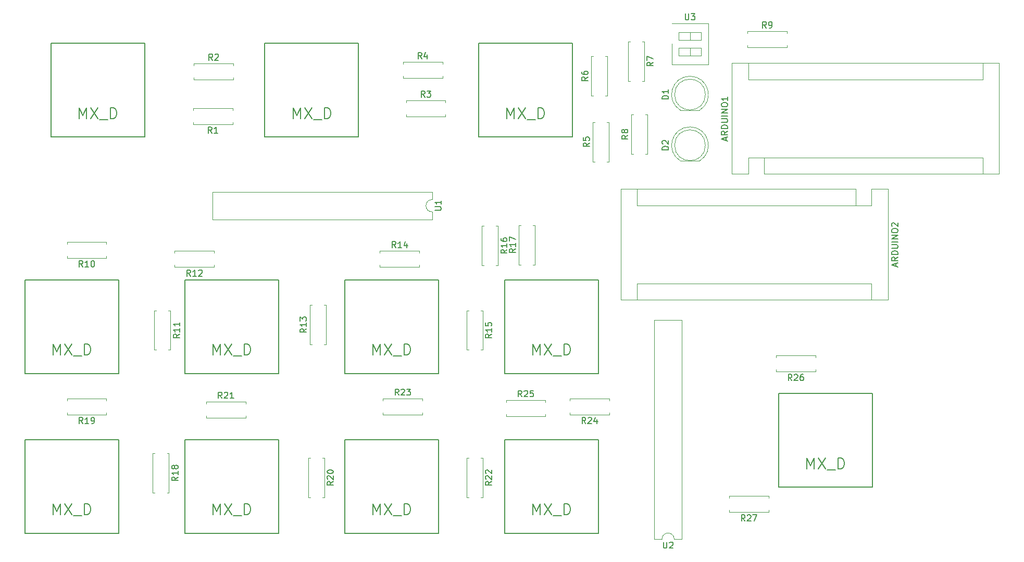
<source format=gbr>
G04 #@! TF.FileFunction,Legend,Top*
%FSLAX46Y46*%
G04 Gerber Fmt 4.6, Leading zero omitted, Abs format (unit mm)*
G04 Created by KiCad (PCBNEW 4.0.7) date Monday, 04 December 2017 'PMt' 14:32:11*
%MOMM*%
%LPD*%
G01*
G04 APERTURE LIST*
%ADD10C,0.100000*%
%ADD11C,0.120000*%
%ADD12C,0.152400*%
%ADD13C,0.150000*%
%ADD14C,0.203200*%
G04 APERTURE END LIST*
D10*
D11*
X126000462Y-26990000D02*
G75*
G03X124455170Y-32540000I-462J-2990000D01*
G01*
X125999538Y-26990000D02*
G75*
G02X127544830Y-32540000I462J-2990000D01*
G01*
X128500000Y-29980000D02*
G75*
G03X128500000Y-29980000I-2500000J0D01*
G01*
X124455000Y-32540000D02*
X127545000Y-32540000D01*
X126000462Y-35240000D02*
G75*
G03X124455170Y-40790000I-462J-2990000D01*
G01*
X125999538Y-35240000D02*
G75*
G02X127544830Y-40790000I462J-2990000D01*
G01*
X128500000Y-38230000D02*
G75*
G03X128500000Y-38230000I-2500000J0D01*
G01*
X124455000Y-40790000D02*
X127545000Y-40790000D01*
X51650000Y-34480000D02*
X51650000Y-34810000D01*
X51650000Y-34810000D02*
X45230000Y-34810000D01*
X45230000Y-34810000D02*
X45230000Y-34480000D01*
X51650000Y-32520000D02*
X51650000Y-32190000D01*
X51650000Y-32190000D02*
X45230000Y-32190000D01*
X45230000Y-32190000D02*
X45230000Y-32520000D01*
X45350000Y-25270000D02*
X45350000Y-24940000D01*
X45350000Y-24940000D02*
X51770000Y-24940000D01*
X51770000Y-24940000D02*
X51770000Y-25270000D01*
X45350000Y-27230000D02*
X45350000Y-27560000D01*
X45350000Y-27560000D02*
X51770000Y-27560000D01*
X51770000Y-27560000D02*
X51770000Y-27230000D01*
X79850000Y-31270000D02*
X79850000Y-30940000D01*
X79850000Y-30940000D02*
X86270000Y-30940000D01*
X86270000Y-30940000D02*
X86270000Y-31270000D01*
X79850000Y-33230000D02*
X79850000Y-33560000D01*
X79850000Y-33560000D02*
X86270000Y-33560000D01*
X86270000Y-33560000D02*
X86270000Y-33230000D01*
X79350000Y-25020000D02*
X79350000Y-24690000D01*
X79350000Y-24690000D02*
X85770000Y-24690000D01*
X85770000Y-24690000D02*
X85770000Y-25020000D01*
X79350000Y-26980000D02*
X79350000Y-27310000D01*
X79350000Y-27310000D02*
X85770000Y-27310000D01*
X85770000Y-27310000D02*
X85770000Y-26980000D01*
X110520000Y-40900000D02*
X110190000Y-40900000D01*
X110190000Y-40900000D02*
X110190000Y-34480000D01*
X110190000Y-34480000D02*
X110520000Y-34480000D01*
X112480000Y-40900000D02*
X112810000Y-40900000D01*
X112810000Y-40900000D02*
X112810000Y-34480000D01*
X112810000Y-34480000D02*
X112480000Y-34480000D01*
X110270000Y-30150000D02*
X109940000Y-30150000D01*
X109940000Y-30150000D02*
X109940000Y-23730000D01*
X109940000Y-23730000D02*
X110270000Y-23730000D01*
X112230000Y-30150000D02*
X112560000Y-30150000D01*
X112560000Y-30150000D02*
X112560000Y-23730000D01*
X112560000Y-23730000D02*
X112230000Y-23730000D01*
X118230000Y-21350000D02*
X118560000Y-21350000D01*
X118560000Y-21350000D02*
X118560000Y-27770000D01*
X118560000Y-27770000D02*
X118230000Y-27770000D01*
X116270000Y-21350000D02*
X115940000Y-21350000D01*
X115940000Y-21350000D02*
X115940000Y-27770000D01*
X115940000Y-27770000D02*
X116270000Y-27770000D01*
X116770000Y-39650000D02*
X116440000Y-39650000D01*
X116440000Y-39650000D02*
X116440000Y-33230000D01*
X116440000Y-33230000D02*
X116770000Y-33230000D01*
X118730000Y-39650000D02*
X119060000Y-39650000D01*
X119060000Y-39650000D02*
X119060000Y-33230000D01*
X119060000Y-33230000D02*
X118730000Y-33230000D01*
X135350000Y-20020000D02*
X135350000Y-19690000D01*
X135350000Y-19690000D02*
X141770000Y-19690000D01*
X141770000Y-19690000D02*
X141770000Y-20020000D01*
X135350000Y-21980000D02*
X135350000Y-22310000D01*
X135350000Y-22310000D02*
X141770000Y-22310000D01*
X141770000Y-22310000D02*
X141770000Y-21980000D01*
X31150000Y-56230000D02*
X31150000Y-56560000D01*
X31150000Y-56560000D02*
X24730000Y-56560000D01*
X24730000Y-56560000D02*
X24730000Y-56230000D01*
X31150000Y-54270000D02*
X31150000Y-53940000D01*
X31150000Y-53940000D02*
X24730000Y-53940000D01*
X24730000Y-53940000D02*
X24730000Y-54270000D01*
X41230000Y-65100000D02*
X41560000Y-65100000D01*
X41560000Y-65100000D02*
X41560000Y-71520000D01*
X41560000Y-71520000D02*
X41230000Y-71520000D01*
X39270000Y-65100000D02*
X38940000Y-65100000D01*
X38940000Y-65100000D02*
X38940000Y-71520000D01*
X38940000Y-71520000D02*
X39270000Y-71520000D01*
X48650000Y-57730000D02*
X48650000Y-58060000D01*
X48650000Y-58060000D02*
X42230000Y-58060000D01*
X42230000Y-58060000D02*
X42230000Y-57730000D01*
X48650000Y-55770000D02*
X48650000Y-55440000D01*
X48650000Y-55440000D02*
X42230000Y-55440000D01*
X42230000Y-55440000D02*
X42230000Y-55770000D01*
X64520000Y-70650000D02*
X64190000Y-70650000D01*
X64190000Y-70650000D02*
X64190000Y-64230000D01*
X64190000Y-64230000D02*
X64520000Y-64230000D01*
X66480000Y-70650000D02*
X66810000Y-70650000D01*
X66810000Y-70650000D02*
X66810000Y-64230000D01*
X66810000Y-64230000D02*
X66480000Y-64230000D01*
X75600000Y-55770000D02*
X75600000Y-55440000D01*
X75600000Y-55440000D02*
X82020000Y-55440000D01*
X82020000Y-55440000D02*
X82020000Y-55770000D01*
X75600000Y-57730000D02*
X75600000Y-58060000D01*
X75600000Y-58060000D02*
X82020000Y-58060000D01*
X82020000Y-58060000D02*
X82020000Y-57730000D01*
X91980000Y-65100000D02*
X92310000Y-65100000D01*
X92310000Y-65100000D02*
X92310000Y-71520000D01*
X92310000Y-71520000D02*
X91980000Y-71520000D01*
X90020000Y-65100000D02*
X89690000Y-65100000D01*
X89690000Y-65100000D02*
X89690000Y-71520000D01*
X89690000Y-71520000D02*
X90020000Y-71520000D01*
X94480000Y-51350000D02*
X94810000Y-51350000D01*
X94810000Y-51350000D02*
X94810000Y-57770000D01*
X94810000Y-57770000D02*
X94480000Y-57770000D01*
X92520000Y-51350000D02*
X92190000Y-51350000D01*
X92190000Y-51350000D02*
X92190000Y-57770000D01*
X92190000Y-57770000D02*
X92520000Y-57770000D01*
X98520000Y-57650000D02*
X98190000Y-57650000D01*
X98190000Y-57650000D02*
X98190000Y-51230000D01*
X98190000Y-51230000D02*
X98520000Y-51230000D01*
X100480000Y-57650000D02*
X100810000Y-57650000D01*
X100810000Y-57650000D02*
X100810000Y-51230000D01*
X100810000Y-51230000D02*
X100480000Y-51230000D01*
X40980000Y-88350000D02*
X41310000Y-88350000D01*
X41310000Y-88350000D02*
X41310000Y-94770000D01*
X41310000Y-94770000D02*
X40980000Y-94770000D01*
X39020000Y-88350000D02*
X38690000Y-88350000D01*
X38690000Y-88350000D02*
X38690000Y-94770000D01*
X38690000Y-94770000D02*
X39020000Y-94770000D01*
X31150000Y-81730000D02*
X31150000Y-82060000D01*
X31150000Y-82060000D02*
X24730000Y-82060000D01*
X24730000Y-82060000D02*
X24730000Y-81730000D01*
X31150000Y-79770000D02*
X31150000Y-79440000D01*
X31150000Y-79440000D02*
X24730000Y-79440000D01*
X24730000Y-79440000D02*
X24730000Y-79770000D01*
X66230000Y-89100000D02*
X66560000Y-89100000D01*
X66560000Y-89100000D02*
X66560000Y-95520000D01*
X66560000Y-95520000D02*
X66230000Y-95520000D01*
X64270000Y-89100000D02*
X63940000Y-89100000D01*
X63940000Y-89100000D02*
X63940000Y-95520000D01*
X63940000Y-95520000D02*
X64270000Y-95520000D01*
X47350000Y-80270000D02*
X47350000Y-79940000D01*
X47350000Y-79940000D02*
X53770000Y-79940000D01*
X53770000Y-79940000D02*
X53770000Y-80270000D01*
X47350000Y-82230000D02*
X47350000Y-82560000D01*
X47350000Y-82560000D02*
X53770000Y-82560000D01*
X53770000Y-82560000D02*
X53770000Y-82230000D01*
X91980000Y-89100000D02*
X92310000Y-89100000D01*
X92310000Y-89100000D02*
X92310000Y-95520000D01*
X92310000Y-95520000D02*
X91980000Y-95520000D01*
X90020000Y-89100000D02*
X89690000Y-89100000D01*
X89690000Y-89100000D02*
X89690000Y-95520000D01*
X89690000Y-95520000D02*
X90020000Y-95520000D01*
X76100000Y-79770000D02*
X76100000Y-79440000D01*
X76100000Y-79440000D02*
X82520000Y-79440000D01*
X82520000Y-79440000D02*
X82520000Y-79770000D01*
X76100000Y-81730000D02*
X76100000Y-82060000D01*
X76100000Y-82060000D02*
X82520000Y-82060000D01*
X82520000Y-82060000D02*
X82520000Y-81730000D01*
X112900000Y-81730000D02*
X112900000Y-82060000D01*
X112900000Y-82060000D02*
X106480000Y-82060000D01*
X106480000Y-82060000D02*
X106480000Y-81730000D01*
X112900000Y-79770000D02*
X112900000Y-79440000D01*
X112900000Y-79440000D02*
X106480000Y-79440000D01*
X106480000Y-79440000D02*
X106480000Y-79770000D01*
X96100000Y-80020000D02*
X96100000Y-79690000D01*
X96100000Y-79690000D02*
X102520000Y-79690000D01*
X102520000Y-79690000D02*
X102520000Y-80020000D01*
X96100000Y-81980000D02*
X96100000Y-82310000D01*
X96100000Y-82310000D02*
X102520000Y-82310000D01*
X102520000Y-82310000D02*
X102520000Y-81980000D01*
X146410000Y-74730000D02*
X146410000Y-75060000D01*
X146410000Y-75060000D02*
X139990000Y-75060000D01*
X139990000Y-75060000D02*
X139990000Y-74730000D01*
X146410000Y-72770000D02*
X146410000Y-72440000D01*
X146410000Y-72440000D02*
X139990000Y-72440000D01*
X139990000Y-72440000D02*
X139990000Y-72770000D01*
X138790000Y-97590000D02*
X138790000Y-97920000D01*
X138790000Y-97920000D02*
X132370000Y-97920000D01*
X132370000Y-97920000D02*
X132370000Y-97590000D01*
X138790000Y-95630000D02*
X138790000Y-95300000D01*
X138790000Y-95300000D02*
X132370000Y-95300000D01*
X132370000Y-95300000D02*
X132370000Y-95630000D01*
D12*
X22130000Y-21630000D02*
X37370000Y-21630000D01*
X37370000Y-21630000D02*
X37370000Y-36870000D01*
X37370000Y-36870000D02*
X22130000Y-36870000D01*
X22130000Y-36870000D02*
X22130000Y-21630000D01*
X56880000Y-21630000D02*
X72120000Y-21630000D01*
X72120000Y-21630000D02*
X72120000Y-36870000D01*
X72120000Y-36870000D02*
X56880000Y-36870000D01*
X56880000Y-36870000D02*
X56880000Y-21630000D01*
X91635000Y-21630000D02*
X106875000Y-21630000D01*
X106875000Y-21630000D02*
X106875000Y-36870000D01*
X106875000Y-36870000D02*
X91635000Y-36870000D01*
X91635000Y-36870000D02*
X91635000Y-21630000D01*
X17880000Y-60130000D02*
X33120000Y-60130000D01*
X33120000Y-60130000D02*
X33120000Y-75370000D01*
X33120000Y-75370000D02*
X17880000Y-75370000D01*
X17880000Y-75370000D02*
X17880000Y-60130000D01*
X43880000Y-60130000D02*
X59120000Y-60130000D01*
X59120000Y-60130000D02*
X59120000Y-75370000D01*
X59120000Y-75370000D02*
X43880000Y-75370000D01*
X43880000Y-75370000D02*
X43880000Y-60130000D01*
X69880000Y-60130000D02*
X85120000Y-60130000D01*
X85120000Y-60130000D02*
X85120000Y-75370000D01*
X85120000Y-75370000D02*
X69880000Y-75370000D01*
X69880000Y-75370000D02*
X69880000Y-60130000D01*
X95880000Y-60130000D02*
X111120000Y-60130000D01*
X111120000Y-60130000D02*
X111120000Y-75370000D01*
X111120000Y-75370000D02*
X95880000Y-75370000D01*
X95880000Y-75370000D02*
X95880000Y-60130000D01*
X17880000Y-86130000D02*
X33120000Y-86130000D01*
X33120000Y-86130000D02*
X33120000Y-101370000D01*
X33120000Y-101370000D02*
X17880000Y-101370000D01*
X17880000Y-101370000D02*
X17880000Y-86130000D01*
X43880000Y-86130000D02*
X59120000Y-86130000D01*
X59120000Y-86130000D02*
X59120000Y-101370000D01*
X59120000Y-101370000D02*
X43880000Y-101370000D01*
X43880000Y-101370000D02*
X43880000Y-86130000D01*
X69880000Y-86130000D02*
X85120000Y-86130000D01*
X85120000Y-86130000D02*
X85120000Y-101370000D01*
X85120000Y-101370000D02*
X69880000Y-101370000D01*
X69880000Y-101370000D02*
X69880000Y-86130000D01*
X95880000Y-86130000D02*
X111120000Y-86130000D01*
X111120000Y-86130000D02*
X111120000Y-101370000D01*
X111120000Y-101370000D02*
X95880000Y-101370000D01*
X95880000Y-101370000D02*
X95880000Y-86130000D01*
X140380000Y-78630000D02*
X155620000Y-78630000D01*
X155620000Y-78630000D02*
X155620000Y-93870000D01*
X155620000Y-93870000D02*
X140380000Y-93870000D01*
X140380000Y-93870000D02*
X140380000Y-78630000D01*
D11*
X84080000Y-49060000D02*
G75*
G02X84080000Y-47060000I0J1000000D01*
G01*
X84080000Y-47060000D02*
X84080000Y-45810000D01*
X84080000Y-45810000D02*
X48400000Y-45810000D01*
X48400000Y-45810000D02*
X48400000Y-50310000D01*
X48400000Y-50310000D02*
X84080000Y-50310000D01*
X84080000Y-50310000D02*
X84080000Y-49060000D01*
X121440000Y-102330000D02*
G75*
G02X123440000Y-102330000I1000000J0D01*
G01*
X123440000Y-102330000D02*
X124690000Y-102330000D01*
X124690000Y-102330000D02*
X124690000Y-66650000D01*
X124690000Y-66650000D02*
X120190000Y-66650000D01*
X120190000Y-66650000D02*
X120190000Y-102330000D01*
X120190000Y-102330000D02*
X121440000Y-102330000D01*
X123035000Y-18370000D02*
X128965000Y-18370000D01*
X128965000Y-18370000D02*
X128965000Y-25130000D01*
X128965000Y-25130000D02*
X123035000Y-25130000D01*
X123035000Y-25130000D02*
X123035000Y-21750000D01*
X124190000Y-19845000D02*
X124190000Y-21115000D01*
X124190000Y-21115000D02*
X127810000Y-21115000D01*
X127810000Y-21115000D02*
X127810000Y-19845000D01*
X127810000Y-19845000D02*
X124190000Y-19845000D01*
X126000000Y-19845000D02*
X126000000Y-21115000D01*
X124190000Y-22385000D02*
X124190000Y-23655000D01*
X124190000Y-23655000D02*
X127810000Y-23655000D01*
X127810000Y-23655000D02*
X127810000Y-22385000D01*
X127810000Y-22385000D02*
X124190000Y-22385000D01*
X126000000Y-22385000D02*
X126000000Y-23655000D01*
X138020000Y-40230000D02*
X135480000Y-40230000D01*
X135480000Y-40230000D02*
X135480000Y-42900000D01*
X138020000Y-42900000D02*
X176250000Y-42900000D01*
X132810000Y-42900000D02*
X135480000Y-42900000D01*
X135480000Y-27530000D02*
X135480000Y-24860000D01*
X135480000Y-27530000D02*
X173580000Y-27530000D01*
X173580000Y-27530000D02*
X173580000Y-24860000D01*
X138020000Y-40230000D02*
X138020000Y-42900000D01*
X138020000Y-40230000D02*
X173580000Y-40230000D01*
X173580000Y-40230000D02*
X173580000Y-42900000D01*
X176250000Y-42900000D02*
X176250000Y-24860000D01*
X176250000Y-24860000D02*
X132810000Y-24860000D01*
X132810000Y-24860000D02*
X132810000Y-42900000D01*
X152980000Y-48020000D02*
X155520000Y-48020000D01*
X155520000Y-48020000D02*
X155520000Y-45350000D01*
X152980000Y-45350000D02*
X114750000Y-45350000D01*
X158190000Y-45350000D02*
X155520000Y-45350000D01*
X155520000Y-60720000D02*
X155520000Y-63390000D01*
X155520000Y-60720000D02*
X117420000Y-60720000D01*
X117420000Y-60720000D02*
X117420000Y-63390000D01*
X152980000Y-48020000D02*
X152980000Y-45350000D01*
X152980000Y-48020000D02*
X117420000Y-48020000D01*
X117420000Y-48020000D02*
X117420000Y-45350000D01*
X114750000Y-45350000D02*
X114750000Y-63390000D01*
X114750000Y-63390000D02*
X158190000Y-63390000D01*
X158190000Y-63390000D02*
X158190000Y-45350000D01*
D13*
X122492381Y-30718095D02*
X121492381Y-30718095D01*
X121492381Y-30480000D01*
X121540000Y-30337142D01*
X121635238Y-30241904D01*
X121730476Y-30194285D01*
X121920952Y-30146666D01*
X122063810Y-30146666D01*
X122254286Y-30194285D01*
X122349524Y-30241904D01*
X122444762Y-30337142D01*
X122492381Y-30480000D01*
X122492381Y-30718095D01*
X122492381Y-29194285D02*
X122492381Y-29765714D01*
X122492381Y-29480000D02*
X121492381Y-29480000D01*
X121635238Y-29575238D01*
X121730476Y-29670476D01*
X121778095Y-29765714D01*
X122492381Y-38968095D02*
X121492381Y-38968095D01*
X121492381Y-38730000D01*
X121540000Y-38587142D01*
X121635238Y-38491904D01*
X121730476Y-38444285D01*
X121920952Y-38396666D01*
X122063810Y-38396666D01*
X122254286Y-38444285D01*
X122349524Y-38491904D01*
X122444762Y-38587142D01*
X122492381Y-38730000D01*
X122492381Y-38968095D01*
X121587619Y-38015714D02*
X121540000Y-37968095D01*
X121492381Y-37872857D01*
X121492381Y-37634761D01*
X121540000Y-37539523D01*
X121587619Y-37491904D01*
X121682857Y-37444285D01*
X121778095Y-37444285D01*
X121920952Y-37491904D01*
X122492381Y-38063333D01*
X122492381Y-37444285D01*
X48273334Y-36262381D02*
X47940000Y-35786190D01*
X47701905Y-36262381D02*
X47701905Y-35262381D01*
X48082858Y-35262381D01*
X48178096Y-35310000D01*
X48225715Y-35357619D01*
X48273334Y-35452857D01*
X48273334Y-35595714D01*
X48225715Y-35690952D01*
X48178096Y-35738571D01*
X48082858Y-35786190D01*
X47701905Y-35786190D01*
X49225715Y-36262381D02*
X48654286Y-36262381D01*
X48940000Y-36262381D02*
X48940000Y-35262381D01*
X48844762Y-35405238D01*
X48749524Y-35500476D01*
X48654286Y-35548095D01*
X48393334Y-24392381D02*
X48060000Y-23916190D01*
X47821905Y-24392381D02*
X47821905Y-23392381D01*
X48202858Y-23392381D01*
X48298096Y-23440000D01*
X48345715Y-23487619D01*
X48393334Y-23582857D01*
X48393334Y-23725714D01*
X48345715Y-23820952D01*
X48298096Y-23868571D01*
X48202858Y-23916190D01*
X47821905Y-23916190D01*
X48774286Y-23487619D02*
X48821905Y-23440000D01*
X48917143Y-23392381D01*
X49155239Y-23392381D01*
X49250477Y-23440000D01*
X49298096Y-23487619D01*
X49345715Y-23582857D01*
X49345715Y-23678095D01*
X49298096Y-23820952D01*
X48726667Y-24392381D01*
X49345715Y-24392381D01*
X82893334Y-30392381D02*
X82560000Y-29916190D01*
X82321905Y-30392381D02*
X82321905Y-29392381D01*
X82702858Y-29392381D01*
X82798096Y-29440000D01*
X82845715Y-29487619D01*
X82893334Y-29582857D01*
X82893334Y-29725714D01*
X82845715Y-29820952D01*
X82798096Y-29868571D01*
X82702858Y-29916190D01*
X82321905Y-29916190D01*
X83226667Y-29392381D02*
X83845715Y-29392381D01*
X83512381Y-29773333D01*
X83655239Y-29773333D01*
X83750477Y-29820952D01*
X83798096Y-29868571D01*
X83845715Y-29963810D01*
X83845715Y-30201905D01*
X83798096Y-30297143D01*
X83750477Y-30344762D01*
X83655239Y-30392381D01*
X83369524Y-30392381D01*
X83274286Y-30344762D01*
X83226667Y-30297143D01*
X82393334Y-24142381D02*
X82060000Y-23666190D01*
X81821905Y-24142381D02*
X81821905Y-23142381D01*
X82202858Y-23142381D01*
X82298096Y-23190000D01*
X82345715Y-23237619D01*
X82393334Y-23332857D01*
X82393334Y-23475714D01*
X82345715Y-23570952D01*
X82298096Y-23618571D01*
X82202858Y-23666190D01*
X81821905Y-23666190D01*
X83250477Y-23475714D02*
X83250477Y-24142381D01*
X83012381Y-23094762D02*
X82774286Y-23809048D01*
X83393334Y-23809048D01*
X109642381Y-37856666D02*
X109166190Y-38190000D01*
X109642381Y-38428095D02*
X108642381Y-38428095D01*
X108642381Y-38047142D01*
X108690000Y-37951904D01*
X108737619Y-37904285D01*
X108832857Y-37856666D01*
X108975714Y-37856666D01*
X109070952Y-37904285D01*
X109118571Y-37951904D01*
X109166190Y-38047142D01*
X109166190Y-38428095D01*
X108642381Y-36951904D02*
X108642381Y-37428095D01*
X109118571Y-37475714D01*
X109070952Y-37428095D01*
X109023333Y-37332857D01*
X109023333Y-37094761D01*
X109070952Y-36999523D01*
X109118571Y-36951904D01*
X109213810Y-36904285D01*
X109451905Y-36904285D01*
X109547143Y-36951904D01*
X109594762Y-36999523D01*
X109642381Y-37094761D01*
X109642381Y-37332857D01*
X109594762Y-37428095D01*
X109547143Y-37475714D01*
X109392381Y-27106666D02*
X108916190Y-27440000D01*
X109392381Y-27678095D02*
X108392381Y-27678095D01*
X108392381Y-27297142D01*
X108440000Y-27201904D01*
X108487619Y-27154285D01*
X108582857Y-27106666D01*
X108725714Y-27106666D01*
X108820952Y-27154285D01*
X108868571Y-27201904D01*
X108916190Y-27297142D01*
X108916190Y-27678095D01*
X108392381Y-26249523D02*
X108392381Y-26440000D01*
X108440000Y-26535238D01*
X108487619Y-26582857D01*
X108630476Y-26678095D01*
X108820952Y-26725714D01*
X109201905Y-26725714D01*
X109297143Y-26678095D01*
X109344762Y-26630476D01*
X109392381Y-26535238D01*
X109392381Y-26344761D01*
X109344762Y-26249523D01*
X109297143Y-26201904D01*
X109201905Y-26154285D01*
X108963810Y-26154285D01*
X108868571Y-26201904D01*
X108820952Y-26249523D01*
X108773333Y-26344761D01*
X108773333Y-26535238D01*
X108820952Y-26630476D01*
X108868571Y-26678095D01*
X108963810Y-26725714D01*
X120012381Y-24726666D02*
X119536190Y-25060000D01*
X120012381Y-25298095D02*
X119012381Y-25298095D01*
X119012381Y-24917142D01*
X119060000Y-24821904D01*
X119107619Y-24774285D01*
X119202857Y-24726666D01*
X119345714Y-24726666D01*
X119440952Y-24774285D01*
X119488571Y-24821904D01*
X119536190Y-24917142D01*
X119536190Y-25298095D01*
X119012381Y-24393333D02*
X119012381Y-23726666D01*
X120012381Y-24155238D01*
X115892381Y-36606666D02*
X115416190Y-36940000D01*
X115892381Y-37178095D02*
X114892381Y-37178095D01*
X114892381Y-36797142D01*
X114940000Y-36701904D01*
X114987619Y-36654285D01*
X115082857Y-36606666D01*
X115225714Y-36606666D01*
X115320952Y-36654285D01*
X115368571Y-36701904D01*
X115416190Y-36797142D01*
X115416190Y-37178095D01*
X115320952Y-36035238D02*
X115273333Y-36130476D01*
X115225714Y-36178095D01*
X115130476Y-36225714D01*
X115082857Y-36225714D01*
X114987619Y-36178095D01*
X114940000Y-36130476D01*
X114892381Y-36035238D01*
X114892381Y-35844761D01*
X114940000Y-35749523D01*
X114987619Y-35701904D01*
X115082857Y-35654285D01*
X115130476Y-35654285D01*
X115225714Y-35701904D01*
X115273333Y-35749523D01*
X115320952Y-35844761D01*
X115320952Y-36035238D01*
X115368571Y-36130476D01*
X115416190Y-36178095D01*
X115511429Y-36225714D01*
X115701905Y-36225714D01*
X115797143Y-36178095D01*
X115844762Y-36130476D01*
X115892381Y-36035238D01*
X115892381Y-35844761D01*
X115844762Y-35749523D01*
X115797143Y-35701904D01*
X115701905Y-35654285D01*
X115511429Y-35654285D01*
X115416190Y-35701904D01*
X115368571Y-35749523D01*
X115320952Y-35844761D01*
X138393334Y-19142381D02*
X138060000Y-18666190D01*
X137821905Y-19142381D02*
X137821905Y-18142381D01*
X138202858Y-18142381D01*
X138298096Y-18190000D01*
X138345715Y-18237619D01*
X138393334Y-18332857D01*
X138393334Y-18475714D01*
X138345715Y-18570952D01*
X138298096Y-18618571D01*
X138202858Y-18666190D01*
X137821905Y-18666190D01*
X138869524Y-19142381D02*
X139060000Y-19142381D01*
X139155239Y-19094762D01*
X139202858Y-19047143D01*
X139298096Y-18904286D01*
X139345715Y-18713810D01*
X139345715Y-18332857D01*
X139298096Y-18237619D01*
X139250477Y-18190000D01*
X139155239Y-18142381D01*
X138964762Y-18142381D01*
X138869524Y-18190000D01*
X138821905Y-18237619D01*
X138774286Y-18332857D01*
X138774286Y-18570952D01*
X138821905Y-18666190D01*
X138869524Y-18713810D01*
X138964762Y-18761429D01*
X139155239Y-18761429D01*
X139250477Y-18713810D01*
X139298096Y-18666190D01*
X139345715Y-18570952D01*
X27297143Y-58012381D02*
X26963809Y-57536190D01*
X26725714Y-58012381D02*
X26725714Y-57012381D01*
X27106667Y-57012381D01*
X27201905Y-57060000D01*
X27249524Y-57107619D01*
X27297143Y-57202857D01*
X27297143Y-57345714D01*
X27249524Y-57440952D01*
X27201905Y-57488571D01*
X27106667Y-57536190D01*
X26725714Y-57536190D01*
X28249524Y-58012381D02*
X27678095Y-58012381D01*
X27963809Y-58012381D02*
X27963809Y-57012381D01*
X27868571Y-57155238D01*
X27773333Y-57250476D01*
X27678095Y-57298095D01*
X28868571Y-57012381D02*
X28963810Y-57012381D01*
X29059048Y-57060000D01*
X29106667Y-57107619D01*
X29154286Y-57202857D01*
X29201905Y-57393333D01*
X29201905Y-57631429D01*
X29154286Y-57821905D01*
X29106667Y-57917143D01*
X29059048Y-57964762D01*
X28963810Y-58012381D01*
X28868571Y-58012381D01*
X28773333Y-57964762D01*
X28725714Y-57917143D01*
X28678095Y-57821905D01*
X28630476Y-57631429D01*
X28630476Y-57393333D01*
X28678095Y-57202857D01*
X28725714Y-57107619D01*
X28773333Y-57060000D01*
X28868571Y-57012381D01*
X43012381Y-68952857D02*
X42536190Y-69286191D01*
X43012381Y-69524286D02*
X42012381Y-69524286D01*
X42012381Y-69143333D01*
X42060000Y-69048095D01*
X42107619Y-69000476D01*
X42202857Y-68952857D01*
X42345714Y-68952857D01*
X42440952Y-69000476D01*
X42488571Y-69048095D01*
X42536190Y-69143333D01*
X42536190Y-69524286D01*
X43012381Y-68000476D02*
X43012381Y-68571905D01*
X43012381Y-68286191D02*
X42012381Y-68286191D01*
X42155238Y-68381429D01*
X42250476Y-68476667D01*
X42298095Y-68571905D01*
X43012381Y-67048095D02*
X43012381Y-67619524D01*
X43012381Y-67333810D02*
X42012381Y-67333810D01*
X42155238Y-67429048D01*
X42250476Y-67524286D01*
X42298095Y-67619524D01*
X44797143Y-59512381D02*
X44463809Y-59036190D01*
X44225714Y-59512381D02*
X44225714Y-58512381D01*
X44606667Y-58512381D01*
X44701905Y-58560000D01*
X44749524Y-58607619D01*
X44797143Y-58702857D01*
X44797143Y-58845714D01*
X44749524Y-58940952D01*
X44701905Y-58988571D01*
X44606667Y-59036190D01*
X44225714Y-59036190D01*
X45749524Y-59512381D02*
X45178095Y-59512381D01*
X45463809Y-59512381D02*
X45463809Y-58512381D01*
X45368571Y-58655238D01*
X45273333Y-58750476D01*
X45178095Y-58798095D01*
X46130476Y-58607619D02*
X46178095Y-58560000D01*
X46273333Y-58512381D01*
X46511429Y-58512381D01*
X46606667Y-58560000D01*
X46654286Y-58607619D01*
X46701905Y-58702857D01*
X46701905Y-58798095D01*
X46654286Y-58940952D01*
X46082857Y-59512381D01*
X46701905Y-59512381D01*
X63642381Y-68082857D02*
X63166190Y-68416191D01*
X63642381Y-68654286D02*
X62642381Y-68654286D01*
X62642381Y-68273333D01*
X62690000Y-68178095D01*
X62737619Y-68130476D01*
X62832857Y-68082857D01*
X62975714Y-68082857D01*
X63070952Y-68130476D01*
X63118571Y-68178095D01*
X63166190Y-68273333D01*
X63166190Y-68654286D01*
X63642381Y-67130476D02*
X63642381Y-67701905D01*
X63642381Y-67416191D02*
X62642381Y-67416191D01*
X62785238Y-67511429D01*
X62880476Y-67606667D01*
X62928095Y-67701905D01*
X62642381Y-66797143D02*
X62642381Y-66178095D01*
X63023333Y-66511429D01*
X63023333Y-66368571D01*
X63070952Y-66273333D01*
X63118571Y-66225714D01*
X63213810Y-66178095D01*
X63451905Y-66178095D01*
X63547143Y-66225714D01*
X63594762Y-66273333D01*
X63642381Y-66368571D01*
X63642381Y-66654286D01*
X63594762Y-66749524D01*
X63547143Y-66797143D01*
X78167143Y-54892381D02*
X77833809Y-54416190D01*
X77595714Y-54892381D02*
X77595714Y-53892381D01*
X77976667Y-53892381D01*
X78071905Y-53940000D01*
X78119524Y-53987619D01*
X78167143Y-54082857D01*
X78167143Y-54225714D01*
X78119524Y-54320952D01*
X78071905Y-54368571D01*
X77976667Y-54416190D01*
X77595714Y-54416190D01*
X79119524Y-54892381D02*
X78548095Y-54892381D01*
X78833809Y-54892381D02*
X78833809Y-53892381D01*
X78738571Y-54035238D01*
X78643333Y-54130476D01*
X78548095Y-54178095D01*
X79976667Y-54225714D02*
X79976667Y-54892381D01*
X79738571Y-53844762D02*
X79500476Y-54559048D01*
X80119524Y-54559048D01*
X93762381Y-68952857D02*
X93286190Y-69286191D01*
X93762381Y-69524286D02*
X92762381Y-69524286D01*
X92762381Y-69143333D01*
X92810000Y-69048095D01*
X92857619Y-69000476D01*
X92952857Y-68952857D01*
X93095714Y-68952857D01*
X93190952Y-69000476D01*
X93238571Y-69048095D01*
X93286190Y-69143333D01*
X93286190Y-69524286D01*
X93762381Y-68000476D02*
X93762381Y-68571905D01*
X93762381Y-68286191D02*
X92762381Y-68286191D01*
X92905238Y-68381429D01*
X93000476Y-68476667D01*
X93048095Y-68571905D01*
X92762381Y-67095714D02*
X92762381Y-67571905D01*
X93238571Y-67619524D01*
X93190952Y-67571905D01*
X93143333Y-67476667D01*
X93143333Y-67238571D01*
X93190952Y-67143333D01*
X93238571Y-67095714D01*
X93333810Y-67048095D01*
X93571905Y-67048095D01*
X93667143Y-67095714D01*
X93714762Y-67143333D01*
X93762381Y-67238571D01*
X93762381Y-67476667D01*
X93714762Y-67571905D01*
X93667143Y-67619524D01*
X96262381Y-55202857D02*
X95786190Y-55536191D01*
X96262381Y-55774286D02*
X95262381Y-55774286D01*
X95262381Y-55393333D01*
X95310000Y-55298095D01*
X95357619Y-55250476D01*
X95452857Y-55202857D01*
X95595714Y-55202857D01*
X95690952Y-55250476D01*
X95738571Y-55298095D01*
X95786190Y-55393333D01*
X95786190Y-55774286D01*
X96262381Y-54250476D02*
X96262381Y-54821905D01*
X96262381Y-54536191D02*
X95262381Y-54536191D01*
X95405238Y-54631429D01*
X95500476Y-54726667D01*
X95548095Y-54821905D01*
X95262381Y-53393333D02*
X95262381Y-53583810D01*
X95310000Y-53679048D01*
X95357619Y-53726667D01*
X95500476Y-53821905D01*
X95690952Y-53869524D01*
X96071905Y-53869524D01*
X96167143Y-53821905D01*
X96214762Y-53774286D01*
X96262381Y-53679048D01*
X96262381Y-53488571D01*
X96214762Y-53393333D01*
X96167143Y-53345714D01*
X96071905Y-53298095D01*
X95833810Y-53298095D01*
X95738571Y-53345714D01*
X95690952Y-53393333D01*
X95643333Y-53488571D01*
X95643333Y-53679048D01*
X95690952Y-53774286D01*
X95738571Y-53821905D01*
X95833810Y-53869524D01*
X97642381Y-55082857D02*
X97166190Y-55416191D01*
X97642381Y-55654286D02*
X96642381Y-55654286D01*
X96642381Y-55273333D01*
X96690000Y-55178095D01*
X96737619Y-55130476D01*
X96832857Y-55082857D01*
X96975714Y-55082857D01*
X97070952Y-55130476D01*
X97118571Y-55178095D01*
X97166190Y-55273333D01*
X97166190Y-55654286D01*
X97642381Y-54130476D02*
X97642381Y-54701905D01*
X97642381Y-54416191D02*
X96642381Y-54416191D01*
X96785238Y-54511429D01*
X96880476Y-54606667D01*
X96928095Y-54701905D01*
X96642381Y-53797143D02*
X96642381Y-53130476D01*
X97642381Y-53559048D01*
X42762381Y-92202857D02*
X42286190Y-92536191D01*
X42762381Y-92774286D02*
X41762381Y-92774286D01*
X41762381Y-92393333D01*
X41810000Y-92298095D01*
X41857619Y-92250476D01*
X41952857Y-92202857D01*
X42095714Y-92202857D01*
X42190952Y-92250476D01*
X42238571Y-92298095D01*
X42286190Y-92393333D01*
X42286190Y-92774286D01*
X42762381Y-91250476D02*
X42762381Y-91821905D01*
X42762381Y-91536191D02*
X41762381Y-91536191D01*
X41905238Y-91631429D01*
X42000476Y-91726667D01*
X42048095Y-91821905D01*
X42190952Y-90679048D02*
X42143333Y-90774286D01*
X42095714Y-90821905D01*
X42000476Y-90869524D01*
X41952857Y-90869524D01*
X41857619Y-90821905D01*
X41810000Y-90774286D01*
X41762381Y-90679048D01*
X41762381Y-90488571D01*
X41810000Y-90393333D01*
X41857619Y-90345714D01*
X41952857Y-90298095D01*
X42000476Y-90298095D01*
X42095714Y-90345714D01*
X42143333Y-90393333D01*
X42190952Y-90488571D01*
X42190952Y-90679048D01*
X42238571Y-90774286D01*
X42286190Y-90821905D01*
X42381429Y-90869524D01*
X42571905Y-90869524D01*
X42667143Y-90821905D01*
X42714762Y-90774286D01*
X42762381Y-90679048D01*
X42762381Y-90488571D01*
X42714762Y-90393333D01*
X42667143Y-90345714D01*
X42571905Y-90298095D01*
X42381429Y-90298095D01*
X42286190Y-90345714D01*
X42238571Y-90393333D01*
X42190952Y-90488571D01*
X27297143Y-83512381D02*
X26963809Y-83036190D01*
X26725714Y-83512381D02*
X26725714Y-82512381D01*
X27106667Y-82512381D01*
X27201905Y-82560000D01*
X27249524Y-82607619D01*
X27297143Y-82702857D01*
X27297143Y-82845714D01*
X27249524Y-82940952D01*
X27201905Y-82988571D01*
X27106667Y-83036190D01*
X26725714Y-83036190D01*
X28249524Y-83512381D02*
X27678095Y-83512381D01*
X27963809Y-83512381D02*
X27963809Y-82512381D01*
X27868571Y-82655238D01*
X27773333Y-82750476D01*
X27678095Y-82798095D01*
X28725714Y-83512381D02*
X28916190Y-83512381D01*
X29011429Y-83464762D01*
X29059048Y-83417143D01*
X29154286Y-83274286D01*
X29201905Y-83083810D01*
X29201905Y-82702857D01*
X29154286Y-82607619D01*
X29106667Y-82560000D01*
X29011429Y-82512381D01*
X28820952Y-82512381D01*
X28725714Y-82560000D01*
X28678095Y-82607619D01*
X28630476Y-82702857D01*
X28630476Y-82940952D01*
X28678095Y-83036190D01*
X28725714Y-83083810D01*
X28820952Y-83131429D01*
X29011429Y-83131429D01*
X29106667Y-83083810D01*
X29154286Y-83036190D01*
X29201905Y-82940952D01*
X68012381Y-92952857D02*
X67536190Y-93286191D01*
X68012381Y-93524286D02*
X67012381Y-93524286D01*
X67012381Y-93143333D01*
X67060000Y-93048095D01*
X67107619Y-93000476D01*
X67202857Y-92952857D01*
X67345714Y-92952857D01*
X67440952Y-93000476D01*
X67488571Y-93048095D01*
X67536190Y-93143333D01*
X67536190Y-93524286D01*
X67107619Y-92571905D02*
X67060000Y-92524286D01*
X67012381Y-92429048D01*
X67012381Y-92190952D01*
X67060000Y-92095714D01*
X67107619Y-92048095D01*
X67202857Y-92000476D01*
X67298095Y-92000476D01*
X67440952Y-92048095D01*
X68012381Y-92619524D01*
X68012381Y-92000476D01*
X67012381Y-91381429D02*
X67012381Y-91286190D01*
X67060000Y-91190952D01*
X67107619Y-91143333D01*
X67202857Y-91095714D01*
X67393333Y-91048095D01*
X67631429Y-91048095D01*
X67821905Y-91095714D01*
X67917143Y-91143333D01*
X67964762Y-91190952D01*
X68012381Y-91286190D01*
X68012381Y-91381429D01*
X67964762Y-91476667D01*
X67917143Y-91524286D01*
X67821905Y-91571905D01*
X67631429Y-91619524D01*
X67393333Y-91619524D01*
X67202857Y-91571905D01*
X67107619Y-91524286D01*
X67060000Y-91476667D01*
X67012381Y-91381429D01*
X49917143Y-79392381D02*
X49583809Y-78916190D01*
X49345714Y-79392381D02*
X49345714Y-78392381D01*
X49726667Y-78392381D01*
X49821905Y-78440000D01*
X49869524Y-78487619D01*
X49917143Y-78582857D01*
X49917143Y-78725714D01*
X49869524Y-78820952D01*
X49821905Y-78868571D01*
X49726667Y-78916190D01*
X49345714Y-78916190D01*
X50298095Y-78487619D02*
X50345714Y-78440000D01*
X50440952Y-78392381D01*
X50679048Y-78392381D01*
X50774286Y-78440000D01*
X50821905Y-78487619D01*
X50869524Y-78582857D01*
X50869524Y-78678095D01*
X50821905Y-78820952D01*
X50250476Y-79392381D01*
X50869524Y-79392381D01*
X51821905Y-79392381D02*
X51250476Y-79392381D01*
X51536190Y-79392381D02*
X51536190Y-78392381D01*
X51440952Y-78535238D01*
X51345714Y-78630476D01*
X51250476Y-78678095D01*
X93762381Y-92952857D02*
X93286190Y-93286191D01*
X93762381Y-93524286D02*
X92762381Y-93524286D01*
X92762381Y-93143333D01*
X92810000Y-93048095D01*
X92857619Y-93000476D01*
X92952857Y-92952857D01*
X93095714Y-92952857D01*
X93190952Y-93000476D01*
X93238571Y-93048095D01*
X93286190Y-93143333D01*
X93286190Y-93524286D01*
X92857619Y-92571905D02*
X92810000Y-92524286D01*
X92762381Y-92429048D01*
X92762381Y-92190952D01*
X92810000Y-92095714D01*
X92857619Y-92048095D01*
X92952857Y-92000476D01*
X93048095Y-92000476D01*
X93190952Y-92048095D01*
X93762381Y-92619524D01*
X93762381Y-92000476D01*
X92857619Y-91619524D02*
X92810000Y-91571905D01*
X92762381Y-91476667D01*
X92762381Y-91238571D01*
X92810000Y-91143333D01*
X92857619Y-91095714D01*
X92952857Y-91048095D01*
X93048095Y-91048095D01*
X93190952Y-91095714D01*
X93762381Y-91667143D01*
X93762381Y-91048095D01*
X78667143Y-78892381D02*
X78333809Y-78416190D01*
X78095714Y-78892381D02*
X78095714Y-77892381D01*
X78476667Y-77892381D01*
X78571905Y-77940000D01*
X78619524Y-77987619D01*
X78667143Y-78082857D01*
X78667143Y-78225714D01*
X78619524Y-78320952D01*
X78571905Y-78368571D01*
X78476667Y-78416190D01*
X78095714Y-78416190D01*
X79048095Y-77987619D02*
X79095714Y-77940000D01*
X79190952Y-77892381D01*
X79429048Y-77892381D01*
X79524286Y-77940000D01*
X79571905Y-77987619D01*
X79619524Y-78082857D01*
X79619524Y-78178095D01*
X79571905Y-78320952D01*
X79000476Y-78892381D01*
X79619524Y-78892381D01*
X79952857Y-77892381D02*
X80571905Y-77892381D01*
X80238571Y-78273333D01*
X80381429Y-78273333D01*
X80476667Y-78320952D01*
X80524286Y-78368571D01*
X80571905Y-78463810D01*
X80571905Y-78701905D01*
X80524286Y-78797143D01*
X80476667Y-78844762D01*
X80381429Y-78892381D01*
X80095714Y-78892381D01*
X80000476Y-78844762D01*
X79952857Y-78797143D01*
X109047143Y-83512381D02*
X108713809Y-83036190D01*
X108475714Y-83512381D02*
X108475714Y-82512381D01*
X108856667Y-82512381D01*
X108951905Y-82560000D01*
X108999524Y-82607619D01*
X109047143Y-82702857D01*
X109047143Y-82845714D01*
X108999524Y-82940952D01*
X108951905Y-82988571D01*
X108856667Y-83036190D01*
X108475714Y-83036190D01*
X109428095Y-82607619D02*
X109475714Y-82560000D01*
X109570952Y-82512381D01*
X109809048Y-82512381D01*
X109904286Y-82560000D01*
X109951905Y-82607619D01*
X109999524Y-82702857D01*
X109999524Y-82798095D01*
X109951905Y-82940952D01*
X109380476Y-83512381D01*
X109999524Y-83512381D01*
X110856667Y-82845714D02*
X110856667Y-83512381D01*
X110618571Y-82464762D02*
X110380476Y-83179048D01*
X110999524Y-83179048D01*
X98667143Y-79142381D02*
X98333809Y-78666190D01*
X98095714Y-79142381D02*
X98095714Y-78142381D01*
X98476667Y-78142381D01*
X98571905Y-78190000D01*
X98619524Y-78237619D01*
X98667143Y-78332857D01*
X98667143Y-78475714D01*
X98619524Y-78570952D01*
X98571905Y-78618571D01*
X98476667Y-78666190D01*
X98095714Y-78666190D01*
X99048095Y-78237619D02*
X99095714Y-78190000D01*
X99190952Y-78142381D01*
X99429048Y-78142381D01*
X99524286Y-78190000D01*
X99571905Y-78237619D01*
X99619524Y-78332857D01*
X99619524Y-78428095D01*
X99571905Y-78570952D01*
X99000476Y-79142381D01*
X99619524Y-79142381D01*
X100524286Y-78142381D02*
X100048095Y-78142381D01*
X100000476Y-78618571D01*
X100048095Y-78570952D01*
X100143333Y-78523333D01*
X100381429Y-78523333D01*
X100476667Y-78570952D01*
X100524286Y-78618571D01*
X100571905Y-78713810D01*
X100571905Y-78951905D01*
X100524286Y-79047143D01*
X100476667Y-79094762D01*
X100381429Y-79142381D01*
X100143333Y-79142381D01*
X100048095Y-79094762D01*
X100000476Y-79047143D01*
X142557143Y-76512381D02*
X142223809Y-76036190D01*
X141985714Y-76512381D02*
X141985714Y-75512381D01*
X142366667Y-75512381D01*
X142461905Y-75560000D01*
X142509524Y-75607619D01*
X142557143Y-75702857D01*
X142557143Y-75845714D01*
X142509524Y-75940952D01*
X142461905Y-75988571D01*
X142366667Y-76036190D01*
X141985714Y-76036190D01*
X142938095Y-75607619D02*
X142985714Y-75560000D01*
X143080952Y-75512381D01*
X143319048Y-75512381D01*
X143414286Y-75560000D01*
X143461905Y-75607619D01*
X143509524Y-75702857D01*
X143509524Y-75798095D01*
X143461905Y-75940952D01*
X142890476Y-76512381D01*
X143509524Y-76512381D01*
X144366667Y-75512381D02*
X144176190Y-75512381D01*
X144080952Y-75560000D01*
X144033333Y-75607619D01*
X143938095Y-75750476D01*
X143890476Y-75940952D01*
X143890476Y-76321905D01*
X143938095Y-76417143D01*
X143985714Y-76464762D01*
X144080952Y-76512381D01*
X144271429Y-76512381D01*
X144366667Y-76464762D01*
X144414286Y-76417143D01*
X144461905Y-76321905D01*
X144461905Y-76083810D01*
X144414286Y-75988571D01*
X144366667Y-75940952D01*
X144271429Y-75893333D01*
X144080952Y-75893333D01*
X143985714Y-75940952D01*
X143938095Y-75988571D01*
X143890476Y-76083810D01*
X134937143Y-99372381D02*
X134603809Y-98896190D01*
X134365714Y-99372381D02*
X134365714Y-98372381D01*
X134746667Y-98372381D01*
X134841905Y-98420000D01*
X134889524Y-98467619D01*
X134937143Y-98562857D01*
X134937143Y-98705714D01*
X134889524Y-98800952D01*
X134841905Y-98848571D01*
X134746667Y-98896190D01*
X134365714Y-98896190D01*
X135318095Y-98467619D02*
X135365714Y-98420000D01*
X135460952Y-98372381D01*
X135699048Y-98372381D01*
X135794286Y-98420000D01*
X135841905Y-98467619D01*
X135889524Y-98562857D01*
X135889524Y-98658095D01*
X135841905Y-98800952D01*
X135270476Y-99372381D01*
X135889524Y-99372381D01*
X136222857Y-98372381D02*
X136889524Y-98372381D01*
X136460952Y-99372381D01*
D14*
X26744333Y-33864333D02*
X26744333Y-32086333D01*
X27337000Y-33356333D01*
X27929667Y-32086333D01*
X27929667Y-33864333D01*
X28607000Y-32086333D02*
X29792333Y-33864333D01*
X29792333Y-32086333D02*
X28607000Y-33864333D01*
X30046333Y-34033667D02*
X31401000Y-34033667D01*
X31824333Y-33864333D02*
X31824333Y-32086333D01*
X32247667Y-32086333D01*
X32501667Y-32171000D01*
X32671000Y-32340333D01*
X32755667Y-32509667D01*
X32840333Y-32848333D01*
X32840333Y-33102333D01*
X32755667Y-33441000D01*
X32671000Y-33610333D01*
X32501667Y-33779667D01*
X32247667Y-33864333D01*
X31824333Y-33864333D01*
X61494333Y-33864333D02*
X61494333Y-32086333D01*
X62087000Y-33356333D01*
X62679667Y-32086333D01*
X62679667Y-33864333D01*
X63357000Y-32086333D02*
X64542333Y-33864333D01*
X64542333Y-32086333D02*
X63357000Y-33864333D01*
X64796333Y-34033667D02*
X66151000Y-34033667D01*
X66574333Y-33864333D02*
X66574333Y-32086333D01*
X66997667Y-32086333D01*
X67251667Y-32171000D01*
X67421000Y-32340333D01*
X67505667Y-32509667D01*
X67590333Y-32848333D01*
X67590333Y-33102333D01*
X67505667Y-33441000D01*
X67421000Y-33610333D01*
X67251667Y-33779667D01*
X66997667Y-33864333D01*
X66574333Y-33864333D01*
X96249333Y-33864333D02*
X96249333Y-32086333D01*
X96842000Y-33356333D01*
X97434667Y-32086333D01*
X97434667Y-33864333D01*
X98112000Y-32086333D02*
X99297333Y-33864333D01*
X99297333Y-32086333D02*
X98112000Y-33864333D01*
X99551333Y-34033667D02*
X100906000Y-34033667D01*
X101329333Y-33864333D02*
X101329333Y-32086333D01*
X101752667Y-32086333D01*
X102006667Y-32171000D01*
X102176000Y-32340333D01*
X102260667Y-32509667D01*
X102345333Y-32848333D01*
X102345333Y-33102333D01*
X102260667Y-33441000D01*
X102176000Y-33610333D01*
X102006667Y-33779667D01*
X101752667Y-33864333D01*
X101329333Y-33864333D01*
X22494333Y-72364333D02*
X22494333Y-70586333D01*
X23087000Y-71856333D01*
X23679667Y-70586333D01*
X23679667Y-72364333D01*
X24357000Y-70586333D02*
X25542333Y-72364333D01*
X25542333Y-70586333D02*
X24357000Y-72364333D01*
X25796333Y-72533667D02*
X27151000Y-72533667D01*
X27574333Y-72364333D02*
X27574333Y-70586333D01*
X27997667Y-70586333D01*
X28251667Y-70671000D01*
X28421000Y-70840333D01*
X28505667Y-71009667D01*
X28590333Y-71348333D01*
X28590333Y-71602333D01*
X28505667Y-71941000D01*
X28421000Y-72110333D01*
X28251667Y-72279667D01*
X27997667Y-72364333D01*
X27574333Y-72364333D01*
X48494333Y-72364333D02*
X48494333Y-70586333D01*
X49087000Y-71856333D01*
X49679667Y-70586333D01*
X49679667Y-72364333D01*
X50357000Y-70586333D02*
X51542333Y-72364333D01*
X51542333Y-70586333D02*
X50357000Y-72364333D01*
X51796333Y-72533667D02*
X53151000Y-72533667D01*
X53574333Y-72364333D02*
X53574333Y-70586333D01*
X53997667Y-70586333D01*
X54251667Y-70671000D01*
X54421000Y-70840333D01*
X54505667Y-71009667D01*
X54590333Y-71348333D01*
X54590333Y-71602333D01*
X54505667Y-71941000D01*
X54421000Y-72110333D01*
X54251667Y-72279667D01*
X53997667Y-72364333D01*
X53574333Y-72364333D01*
X74494333Y-72364333D02*
X74494333Y-70586333D01*
X75087000Y-71856333D01*
X75679667Y-70586333D01*
X75679667Y-72364333D01*
X76357000Y-70586333D02*
X77542333Y-72364333D01*
X77542333Y-70586333D02*
X76357000Y-72364333D01*
X77796333Y-72533667D02*
X79151000Y-72533667D01*
X79574333Y-72364333D02*
X79574333Y-70586333D01*
X79997667Y-70586333D01*
X80251667Y-70671000D01*
X80421000Y-70840333D01*
X80505667Y-71009667D01*
X80590333Y-71348333D01*
X80590333Y-71602333D01*
X80505667Y-71941000D01*
X80421000Y-72110333D01*
X80251667Y-72279667D01*
X79997667Y-72364333D01*
X79574333Y-72364333D01*
X100494333Y-72364333D02*
X100494333Y-70586333D01*
X101087000Y-71856333D01*
X101679667Y-70586333D01*
X101679667Y-72364333D01*
X102357000Y-70586333D02*
X103542333Y-72364333D01*
X103542333Y-70586333D02*
X102357000Y-72364333D01*
X103796333Y-72533667D02*
X105151000Y-72533667D01*
X105574333Y-72364333D02*
X105574333Y-70586333D01*
X105997667Y-70586333D01*
X106251667Y-70671000D01*
X106421000Y-70840333D01*
X106505667Y-71009667D01*
X106590333Y-71348333D01*
X106590333Y-71602333D01*
X106505667Y-71941000D01*
X106421000Y-72110333D01*
X106251667Y-72279667D01*
X105997667Y-72364333D01*
X105574333Y-72364333D01*
X22494333Y-98364333D02*
X22494333Y-96586333D01*
X23087000Y-97856333D01*
X23679667Y-96586333D01*
X23679667Y-98364333D01*
X24357000Y-96586333D02*
X25542333Y-98364333D01*
X25542333Y-96586333D02*
X24357000Y-98364333D01*
X25796333Y-98533667D02*
X27151000Y-98533667D01*
X27574333Y-98364333D02*
X27574333Y-96586333D01*
X27997667Y-96586333D01*
X28251667Y-96671000D01*
X28421000Y-96840333D01*
X28505667Y-97009667D01*
X28590333Y-97348333D01*
X28590333Y-97602333D01*
X28505667Y-97941000D01*
X28421000Y-98110333D01*
X28251667Y-98279667D01*
X27997667Y-98364333D01*
X27574333Y-98364333D01*
X48494333Y-98364333D02*
X48494333Y-96586333D01*
X49087000Y-97856333D01*
X49679667Y-96586333D01*
X49679667Y-98364333D01*
X50357000Y-96586333D02*
X51542333Y-98364333D01*
X51542333Y-96586333D02*
X50357000Y-98364333D01*
X51796333Y-98533667D02*
X53151000Y-98533667D01*
X53574333Y-98364333D02*
X53574333Y-96586333D01*
X53997667Y-96586333D01*
X54251667Y-96671000D01*
X54421000Y-96840333D01*
X54505667Y-97009667D01*
X54590333Y-97348333D01*
X54590333Y-97602333D01*
X54505667Y-97941000D01*
X54421000Y-98110333D01*
X54251667Y-98279667D01*
X53997667Y-98364333D01*
X53574333Y-98364333D01*
X74494333Y-98364333D02*
X74494333Y-96586333D01*
X75087000Y-97856333D01*
X75679667Y-96586333D01*
X75679667Y-98364333D01*
X76357000Y-96586333D02*
X77542333Y-98364333D01*
X77542333Y-96586333D02*
X76357000Y-98364333D01*
X77796333Y-98533667D02*
X79151000Y-98533667D01*
X79574333Y-98364333D02*
X79574333Y-96586333D01*
X79997667Y-96586333D01*
X80251667Y-96671000D01*
X80421000Y-96840333D01*
X80505667Y-97009667D01*
X80590333Y-97348333D01*
X80590333Y-97602333D01*
X80505667Y-97941000D01*
X80421000Y-98110333D01*
X80251667Y-98279667D01*
X79997667Y-98364333D01*
X79574333Y-98364333D01*
X100494333Y-98364333D02*
X100494333Y-96586333D01*
X101087000Y-97856333D01*
X101679667Y-96586333D01*
X101679667Y-98364333D01*
X102357000Y-96586333D02*
X103542333Y-98364333D01*
X103542333Y-96586333D02*
X102357000Y-98364333D01*
X103796333Y-98533667D02*
X105151000Y-98533667D01*
X105574333Y-98364333D02*
X105574333Y-96586333D01*
X105997667Y-96586333D01*
X106251667Y-96671000D01*
X106421000Y-96840333D01*
X106505667Y-97009667D01*
X106590333Y-97348333D01*
X106590333Y-97602333D01*
X106505667Y-97941000D01*
X106421000Y-98110333D01*
X106251667Y-98279667D01*
X105997667Y-98364333D01*
X105574333Y-98364333D01*
X144994333Y-90864333D02*
X144994333Y-89086333D01*
X145587000Y-90356333D01*
X146179667Y-89086333D01*
X146179667Y-90864333D01*
X146857000Y-89086333D02*
X148042333Y-90864333D01*
X148042333Y-89086333D02*
X146857000Y-90864333D01*
X148296333Y-91033667D02*
X149651000Y-91033667D01*
X150074333Y-90864333D02*
X150074333Y-89086333D01*
X150497667Y-89086333D01*
X150751667Y-89171000D01*
X150921000Y-89340333D01*
X151005667Y-89509667D01*
X151090333Y-89848333D01*
X151090333Y-90102333D01*
X151005667Y-90441000D01*
X150921000Y-90610333D01*
X150751667Y-90779667D01*
X150497667Y-90864333D01*
X150074333Y-90864333D01*
D13*
X84532381Y-48821905D02*
X85341905Y-48821905D01*
X85437143Y-48774286D01*
X85484762Y-48726667D01*
X85532381Y-48631429D01*
X85532381Y-48440952D01*
X85484762Y-48345714D01*
X85437143Y-48298095D01*
X85341905Y-48250476D01*
X84532381Y-48250476D01*
X85532381Y-47250476D02*
X85532381Y-47821905D01*
X85532381Y-47536191D02*
X84532381Y-47536191D01*
X84675238Y-47631429D01*
X84770476Y-47726667D01*
X84818095Y-47821905D01*
X121678095Y-102782381D02*
X121678095Y-103591905D01*
X121725714Y-103687143D01*
X121773333Y-103734762D01*
X121868571Y-103782381D01*
X122059048Y-103782381D01*
X122154286Y-103734762D01*
X122201905Y-103687143D01*
X122249524Y-103591905D01*
X122249524Y-102782381D01*
X122678095Y-102877619D02*
X122725714Y-102830000D01*
X122820952Y-102782381D01*
X123059048Y-102782381D01*
X123154286Y-102830000D01*
X123201905Y-102877619D01*
X123249524Y-102972857D01*
X123249524Y-103068095D01*
X123201905Y-103210952D01*
X122630476Y-103782381D01*
X123249524Y-103782381D01*
X125238095Y-16822381D02*
X125238095Y-17631905D01*
X125285714Y-17727143D01*
X125333333Y-17774762D01*
X125428571Y-17822381D01*
X125619048Y-17822381D01*
X125714286Y-17774762D01*
X125761905Y-17727143D01*
X125809524Y-17631905D01*
X125809524Y-16822381D01*
X126190476Y-16822381D02*
X126809524Y-16822381D01*
X126476190Y-17203333D01*
X126619048Y-17203333D01*
X126714286Y-17250952D01*
X126761905Y-17298571D01*
X126809524Y-17393810D01*
X126809524Y-17631905D01*
X126761905Y-17727143D01*
X126714286Y-17774762D01*
X126619048Y-17822381D01*
X126333333Y-17822381D01*
X126238095Y-17774762D01*
X126190476Y-17727143D01*
X131836667Y-37403809D02*
X131836667Y-36927618D01*
X132122381Y-37499047D02*
X131122381Y-37165714D01*
X132122381Y-36832380D01*
X132122381Y-35927618D02*
X131646190Y-36260952D01*
X132122381Y-36499047D02*
X131122381Y-36499047D01*
X131122381Y-36118094D01*
X131170000Y-36022856D01*
X131217619Y-35975237D01*
X131312857Y-35927618D01*
X131455714Y-35927618D01*
X131550952Y-35975237D01*
X131598571Y-36022856D01*
X131646190Y-36118094D01*
X131646190Y-36499047D01*
X132122381Y-35499047D02*
X131122381Y-35499047D01*
X131122381Y-35260952D01*
X131170000Y-35118094D01*
X131265238Y-35022856D01*
X131360476Y-34975237D01*
X131550952Y-34927618D01*
X131693810Y-34927618D01*
X131884286Y-34975237D01*
X131979524Y-35022856D01*
X132074762Y-35118094D01*
X132122381Y-35260952D01*
X132122381Y-35499047D01*
X131122381Y-34499047D02*
X131931905Y-34499047D01*
X132027143Y-34451428D01*
X132074762Y-34403809D01*
X132122381Y-34308571D01*
X132122381Y-34118094D01*
X132074762Y-34022856D01*
X132027143Y-33975237D01*
X131931905Y-33927618D01*
X131122381Y-33927618D01*
X132122381Y-33451428D02*
X131122381Y-33451428D01*
X132122381Y-32975238D02*
X131122381Y-32975238D01*
X132122381Y-32403809D01*
X131122381Y-32403809D01*
X131122381Y-31737143D02*
X131122381Y-31546666D01*
X131170000Y-31451428D01*
X131265238Y-31356190D01*
X131455714Y-31308571D01*
X131789048Y-31308571D01*
X131979524Y-31356190D01*
X132074762Y-31451428D01*
X132122381Y-31546666D01*
X132122381Y-31737143D01*
X132074762Y-31832381D01*
X131979524Y-31927619D01*
X131789048Y-31975238D01*
X131455714Y-31975238D01*
X131265238Y-31927619D01*
X131170000Y-31832381D01*
X131122381Y-31737143D01*
X132122381Y-30356190D02*
X132122381Y-30927619D01*
X132122381Y-30641905D02*
X131122381Y-30641905D01*
X131265238Y-30737143D01*
X131360476Y-30832381D01*
X131408095Y-30927619D01*
X159496667Y-57893809D02*
X159496667Y-57417618D01*
X159782381Y-57989047D02*
X158782381Y-57655714D01*
X159782381Y-57322380D01*
X159782381Y-56417618D02*
X159306190Y-56750952D01*
X159782381Y-56989047D02*
X158782381Y-56989047D01*
X158782381Y-56608094D01*
X158830000Y-56512856D01*
X158877619Y-56465237D01*
X158972857Y-56417618D01*
X159115714Y-56417618D01*
X159210952Y-56465237D01*
X159258571Y-56512856D01*
X159306190Y-56608094D01*
X159306190Y-56989047D01*
X159782381Y-55989047D02*
X158782381Y-55989047D01*
X158782381Y-55750952D01*
X158830000Y-55608094D01*
X158925238Y-55512856D01*
X159020476Y-55465237D01*
X159210952Y-55417618D01*
X159353810Y-55417618D01*
X159544286Y-55465237D01*
X159639524Y-55512856D01*
X159734762Y-55608094D01*
X159782381Y-55750952D01*
X159782381Y-55989047D01*
X158782381Y-54989047D02*
X159591905Y-54989047D01*
X159687143Y-54941428D01*
X159734762Y-54893809D01*
X159782381Y-54798571D01*
X159782381Y-54608094D01*
X159734762Y-54512856D01*
X159687143Y-54465237D01*
X159591905Y-54417618D01*
X158782381Y-54417618D01*
X159782381Y-53941428D02*
X158782381Y-53941428D01*
X159782381Y-53465238D02*
X158782381Y-53465238D01*
X159782381Y-52893809D01*
X158782381Y-52893809D01*
X158782381Y-52227143D02*
X158782381Y-52036666D01*
X158830000Y-51941428D01*
X158925238Y-51846190D01*
X159115714Y-51798571D01*
X159449048Y-51798571D01*
X159639524Y-51846190D01*
X159734762Y-51941428D01*
X159782381Y-52036666D01*
X159782381Y-52227143D01*
X159734762Y-52322381D01*
X159639524Y-52417619D01*
X159449048Y-52465238D01*
X159115714Y-52465238D01*
X158925238Y-52417619D01*
X158830000Y-52322381D01*
X158782381Y-52227143D01*
X158877619Y-51417619D02*
X158830000Y-51370000D01*
X158782381Y-51274762D01*
X158782381Y-51036666D01*
X158830000Y-50941428D01*
X158877619Y-50893809D01*
X158972857Y-50846190D01*
X159068095Y-50846190D01*
X159210952Y-50893809D01*
X159782381Y-51465238D01*
X159782381Y-50846190D01*
M02*

</source>
